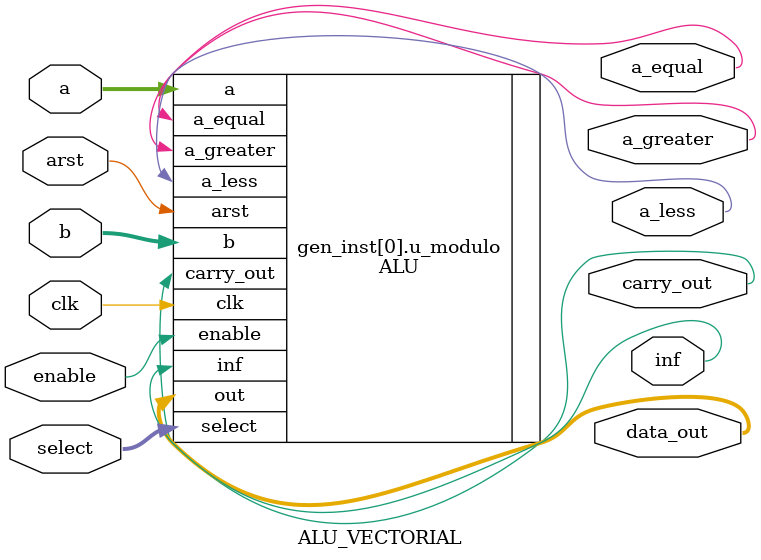
<source format=sv>
module ALU_VECTORIAL #(parameter WIDTH = 4, n_alu = 1)(
    input logic clk,               // Reloj de entrada
    //input logic rst,           // Señal de reset
    input wire [WIDTH*n_alu-1:0] a,    // Entrada de datos
    input wire [WIDTH*n_alu-1:0] b,
    input wire [2:0] select,
    input wire arst,
    //input wire enable,
    output wire carry_out,
    input wire [n_alu-1:0] enable,
    output wire a_greater, a_equal, a_less, 
    output wire [n_alu-1:0] inf,
    output wire [WIDTH*n_alu*2-1:0] data_out   // Salida de datos
);

    genvar i;

    generate
        for (i = 0; i < n_alu; i = i + 1) begin : gen_inst
            ALU u_modulo (
                .clk(clk),
                //.rst(rst),
                .a(a[(i*WIDTH) +: WIDTH]),
                .b(b[(i*WIDTH) +: WIDTH]),
                .out(data_out[i*8 +: 8]),
                .select(select),
                .arst(arst),
                .enable(enable[i]),
                .carry_out(carry_out), 
                .a_greater(a_greater),
                .a_equal(a_equal),
                .a_less(a_less),
                .inf(inf[i])
            );
        end
    endgenerate
endmodule

</source>
